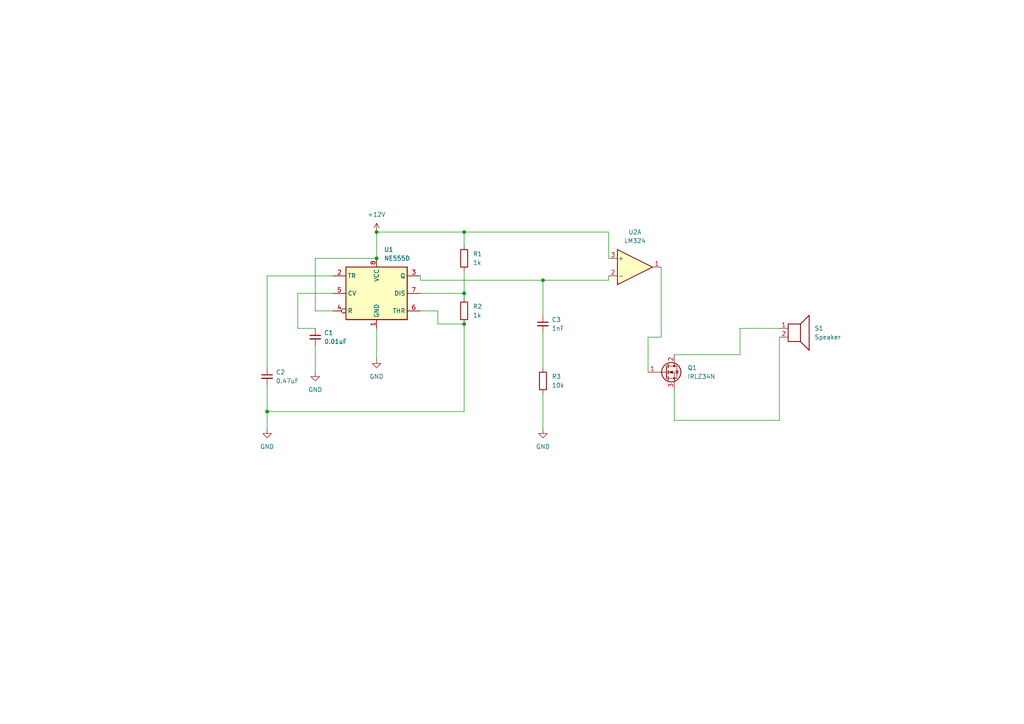
<source format=kicad_sch>
(kicad_sch
	(version 20250114)
	(generator "eeschema")
	(generator_version "9.0")
	(uuid "6e217040-d898-433d-a066-f5abd2966a96")
	(paper "A4")
	(lib_symbols
		(symbol "Amplifier_Operational:LM324"
			(pin_names
				(offset 0.127)
			)
			(exclude_from_sim no)
			(in_bom yes)
			(on_board yes)
			(property "Reference" "U"
				(at 0 5.08 0)
				(effects
					(font
						(size 1.27 1.27)
					)
					(justify left)
				)
			)
			(property "Value" "LM324"
				(at 0 -5.08 0)
				(effects
					(font
						(size 1.27 1.27)
					)
					(justify left)
				)
			)
			(property "Footprint" ""
				(at -1.27 2.54 0)
				(effects
					(font
						(size 1.27 1.27)
					)
					(hide yes)
				)
			)
			(property "Datasheet" "http://www.ti.com/lit/ds/symlink/lm2902-n.pdf"
				(at 1.27 5.08 0)
				(effects
					(font
						(size 1.27 1.27)
					)
					(hide yes)
				)
			)
			(property "Description" "Low-Power, Quad-Operational Amplifiers, DIP-14/SOIC-14/SSOP-14"
				(at 0 0 0)
				(effects
					(font
						(size 1.27 1.27)
					)
					(hide yes)
				)
			)
			(property "ki_locked" ""
				(at 0 0 0)
				(effects
					(font
						(size 1.27 1.27)
					)
				)
			)
			(property "ki_keywords" "quad opamp"
				(at 0 0 0)
				(effects
					(font
						(size 1.27 1.27)
					)
					(hide yes)
				)
			)
			(property "ki_fp_filters" "SOIC*3.9x8.7mm*P1.27mm* DIP*W7.62mm* TSSOP*4.4x5mm*P0.65mm* SSOP*5.3x6.2mm*P0.65mm* MSOP*3x3mm*P0.5mm*"
				(at 0 0 0)
				(effects
					(font
						(size 1.27 1.27)
					)
					(hide yes)
				)
			)
			(symbol "LM324_1_1"
				(polyline
					(pts
						(xy -5.08 5.08) (xy 5.08 0) (xy -5.08 -5.08) (xy -5.08 5.08)
					)
					(stroke
						(width 0.254)
						(type default)
					)
					(fill
						(type background)
					)
				)
				(pin input line
					(at -7.62 2.54 0)
					(length 2.54)
					(name "+"
						(effects
							(font
								(size 1.27 1.27)
							)
						)
					)
					(number "3"
						(effects
							(font
								(size 1.27 1.27)
							)
						)
					)
				)
				(pin input line
					(at -7.62 -2.54 0)
					(length 2.54)
					(name "-"
						(effects
							(font
								(size 1.27 1.27)
							)
						)
					)
					(number "2"
						(effects
							(font
								(size 1.27 1.27)
							)
						)
					)
				)
				(pin output line
					(at 7.62 0 180)
					(length 2.54)
					(name "~"
						(effects
							(font
								(size 1.27 1.27)
							)
						)
					)
					(number "1"
						(effects
							(font
								(size 1.27 1.27)
							)
						)
					)
				)
			)
			(symbol "LM324_2_1"
				(polyline
					(pts
						(xy -5.08 5.08) (xy 5.08 0) (xy -5.08 -5.08) (xy -5.08 5.08)
					)
					(stroke
						(width 0.254)
						(type default)
					)
					(fill
						(type background)
					)
				)
				(pin input line
					(at -7.62 2.54 0)
					(length 2.54)
					(name "+"
						(effects
							(font
								(size 1.27 1.27)
							)
						)
					)
					(number "5"
						(effects
							(font
								(size 1.27 1.27)
							)
						)
					)
				)
				(pin input line
					(at -7.62 -2.54 0)
					(length 2.54)
					(name "-"
						(effects
							(font
								(size 1.27 1.27)
							)
						)
					)
					(number "6"
						(effects
							(font
								(size 1.27 1.27)
							)
						)
					)
				)
				(pin output line
					(at 7.62 0 180)
					(length 2.54)
					(name "~"
						(effects
							(font
								(size 1.27 1.27)
							)
						)
					)
					(number "7"
						(effects
							(font
								(size 1.27 1.27)
							)
						)
					)
				)
			)
			(symbol "LM324_3_1"
				(polyline
					(pts
						(xy -5.08 5.08) (xy 5.08 0) (xy -5.08 -5.08) (xy -5.08 5.08)
					)
					(stroke
						(width 0.254)
						(type default)
					)
					(fill
						(type background)
					)
				)
				(pin input line
					(at -7.62 2.54 0)
					(length 2.54)
					(name "+"
						(effects
							(font
								(size 1.27 1.27)
							)
						)
					)
					(number "10"
						(effects
							(font
								(size 1.27 1.27)
							)
						)
					)
				)
				(pin input line
					(at -7.62 -2.54 0)
					(length 2.54)
					(name "-"
						(effects
							(font
								(size 1.27 1.27)
							)
						)
					)
					(number "9"
						(effects
							(font
								(size 1.27 1.27)
							)
						)
					)
				)
				(pin output line
					(at 7.62 0 180)
					(length 2.54)
					(name "~"
						(effects
							(font
								(size 1.27 1.27)
							)
						)
					)
					(number "8"
						(effects
							(font
								(size 1.27 1.27)
							)
						)
					)
				)
			)
			(symbol "LM324_4_1"
				(polyline
					(pts
						(xy -5.08 5.08) (xy 5.08 0) (xy -5.08 -5.08) (xy -5.08 5.08)
					)
					(stroke
						(width 0.254)
						(type default)
					)
					(fill
						(type background)
					)
				)
				(pin input line
					(at -7.62 2.54 0)
					(length 2.54)
					(name "+"
						(effects
							(font
								(size 1.27 1.27)
							)
						)
					)
					(number "12"
						(effects
							(font
								(size 1.27 1.27)
							)
						)
					)
				)
				(pin input line
					(at -7.62 -2.54 0)
					(length 2.54)
					(name "-"
						(effects
							(font
								(size 1.27 1.27)
							)
						)
					)
					(number "13"
						(effects
							(font
								(size 1.27 1.27)
							)
						)
					)
				)
				(pin output line
					(at 7.62 0 180)
					(length 2.54)
					(name "~"
						(effects
							(font
								(size 1.27 1.27)
							)
						)
					)
					(number "14"
						(effects
							(font
								(size 1.27 1.27)
							)
						)
					)
				)
			)
			(symbol "LM324_5_1"
				(pin power_in line
					(at -2.54 7.62 270)
					(length 3.81)
					(name "V+"
						(effects
							(font
								(size 1.27 1.27)
							)
						)
					)
					(number "4"
						(effects
							(font
								(size 1.27 1.27)
							)
						)
					)
				)
				(pin power_in line
					(at -2.54 -7.62 90)
					(length 3.81)
					(name "V-"
						(effects
							(font
								(size 1.27 1.27)
							)
						)
					)
					(number "11"
						(effects
							(font
								(size 1.27 1.27)
							)
						)
					)
				)
			)
			(embedded_fonts no)
		)
		(symbol "Device:C_Small"
			(pin_numbers
				(hide yes)
			)
			(pin_names
				(offset 0.254)
				(hide yes)
			)
			(exclude_from_sim no)
			(in_bom yes)
			(on_board yes)
			(property "Reference" "C"
				(at 0.254 1.778 0)
				(effects
					(font
						(size 1.27 1.27)
					)
					(justify left)
				)
			)
			(property "Value" "C_Small"
				(at 0.254 -2.032 0)
				(effects
					(font
						(size 1.27 1.27)
					)
					(justify left)
				)
			)
			(property "Footprint" ""
				(at 0 0 0)
				(effects
					(font
						(size 1.27 1.27)
					)
					(hide yes)
				)
			)
			(property "Datasheet" "~"
				(at 0 0 0)
				(effects
					(font
						(size 1.27 1.27)
					)
					(hide yes)
				)
			)
			(property "Description" "Unpolarized capacitor, small symbol"
				(at 0 0 0)
				(effects
					(font
						(size 1.27 1.27)
					)
					(hide yes)
				)
			)
			(property "ki_keywords" "capacitor cap"
				(at 0 0 0)
				(effects
					(font
						(size 1.27 1.27)
					)
					(hide yes)
				)
			)
			(property "ki_fp_filters" "C_*"
				(at 0 0 0)
				(effects
					(font
						(size 1.27 1.27)
					)
					(hide yes)
				)
			)
			(symbol "C_Small_0_1"
				(polyline
					(pts
						(xy -1.524 0.508) (xy 1.524 0.508)
					)
					(stroke
						(width 0.3048)
						(type default)
					)
					(fill
						(type none)
					)
				)
				(polyline
					(pts
						(xy -1.524 -0.508) (xy 1.524 -0.508)
					)
					(stroke
						(width 0.3302)
						(type default)
					)
					(fill
						(type none)
					)
				)
			)
			(symbol "C_Small_1_1"
				(pin passive line
					(at 0 2.54 270)
					(length 2.032)
					(name "~"
						(effects
							(font
								(size 1.27 1.27)
							)
						)
					)
					(number "1"
						(effects
							(font
								(size 1.27 1.27)
							)
						)
					)
				)
				(pin passive line
					(at 0 -2.54 90)
					(length 2.032)
					(name "~"
						(effects
							(font
								(size 1.27 1.27)
							)
						)
					)
					(number "2"
						(effects
							(font
								(size 1.27 1.27)
							)
						)
					)
				)
			)
			(embedded_fonts no)
		)
		(symbol "Device:R"
			(pin_numbers
				(hide yes)
			)
			(pin_names
				(offset 0)
			)
			(exclude_from_sim no)
			(in_bom yes)
			(on_board yes)
			(property "Reference" "R"
				(at 2.032 0 90)
				(effects
					(font
						(size 1.27 1.27)
					)
				)
			)
			(property "Value" "R"
				(at 0 0 90)
				(effects
					(font
						(size 1.27 1.27)
					)
				)
			)
			(property "Footprint" ""
				(at -1.778 0 90)
				(effects
					(font
						(size 1.27 1.27)
					)
					(hide yes)
				)
			)
			(property "Datasheet" "~"
				(at 0 0 0)
				(effects
					(font
						(size 1.27 1.27)
					)
					(hide yes)
				)
			)
			(property "Description" "Resistor"
				(at 0 0 0)
				(effects
					(font
						(size 1.27 1.27)
					)
					(hide yes)
				)
			)
			(property "ki_keywords" "R res resistor"
				(at 0 0 0)
				(effects
					(font
						(size 1.27 1.27)
					)
					(hide yes)
				)
			)
			(property "ki_fp_filters" "R_*"
				(at 0 0 0)
				(effects
					(font
						(size 1.27 1.27)
					)
					(hide yes)
				)
			)
			(symbol "R_0_1"
				(rectangle
					(start -1.016 -2.54)
					(end 1.016 2.54)
					(stroke
						(width 0.254)
						(type default)
					)
					(fill
						(type none)
					)
				)
			)
			(symbol "R_1_1"
				(pin passive line
					(at 0 3.81 270)
					(length 1.27)
					(name "~"
						(effects
							(font
								(size 1.27 1.27)
							)
						)
					)
					(number "1"
						(effects
							(font
								(size 1.27 1.27)
							)
						)
					)
				)
				(pin passive line
					(at 0 -3.81 90)
					(length 1.27)
					(name "~"
						(effects
							(font
								(size 1.27 1.27)
							)
						)
					)
					(number "2"
						(effects
							(font
								(size 1.27 1.27)
							)
						)
					)
				)
			)
			(embedded_fonts no)
		)
		(symbol "Device:Speaker"
			(pin_names
				(offset 0)
				(hide yes)
			)
			(exclude_from_sim no)
			(in_bom yes)
			(on_board yes)
			(property "Reference" "LS"
				(at 1.27 5.715 0)
				(effects
					(font
						(size 1.27 1.27)
					)
					(justify right)
				)
			)
			(property "Value" "Speaker"
				(at 1.27 3.81 0)
				(effects
					(font
						(size 1.27 1.27)
					)
					(justify right)
				)
			)
			(property "Footprint" ""
				(at 0 -5.08 0)
				(effects
					(font
						(size 1.27 1.27)
					)
					(hide yes)
				)
			)
			(property "Datasheet" "~"
				(at -0.254 -1.27 0)
				(effects
					(font
						(size 1.27 1.27)
					)
					(hide yes)
				)
			)
			(property "Description" "Speaker"
				(at 0 0 0)
				(effects
					(font
						(size 1.27 1.27)
					)
					(hide yes)
				)
			)
			(property "ki_keywords" "speaker sound"
				(at 0 0 0)
				(effects
					(font
						(size 1.27 1.27)
					)
					(hide yes)
				)
			)
			(symbol "Speaker_0_0"
				(rectangle
					(start -2.54 1.27)
					(end 1.016 -3.81)
					(stroke
						(width 0.254)
						(type default)
					)
					(fill
						(type none)
					)
				)
				(polyline
					(pts
						(xy 1.016 1.27) (xy 3.556 3.81) (xy 3.556 -6.35) (xy 1.016 -3.81)
					)
					(stroke
						(width 0.254)
						(type default)
					)
					(fill
						(type none)
					)
				)
			)
			(symbol "Speaker_1_1"
				(pin input line
					(at -5.08 0 0)
					(length 2.54)
					(name "1"
						(effects
							(font
								(size 1.27 1.27)
							)
						)
					)
					(number "1"
						(effects
							(font
								(size 1.27 1.27)
							)
						)
					)
				)
				(pin input line
					(at -5.08 -2.54 0)
					(length 2.54)
					(name "2"
						(effects
							(font
								(size 1.27 1.27)
							)
						)
					)
					(number "2"
						(effects
							(font
								(size 1.27 1.27)
							)
						)
					)
				)
			)
			(embedded_fonts no)
		)
		(symbol "Timer:NE555D"
			(exclude_from_sim no)
			(in_bom yes)
			(on_board yes)
			(property "Reference" "U"
				(at -10.16 8.89 0)
				(effects
					(font
						(size 1.27 1.27)
					)
					(justify left)
				)
			)
			(property "Value" "NE555D"
				(at 2.54 8.89 0)
				(effects
					(font
						(size 1.27 1.27)
					)
					(justify left)
				)
			)
			(property "Footprint" "Package_SO:SOIC-8_3.9x4.9mm_P1.27mm"
				(at 21.59 -10.16 0)
				(effects
					(font
						(size 1.27 1.27)
					)
					(hide yes)
				)
			)
			(property "Datasheet" "http://www.ti.com/lit/ds/symlink/ne555.pdf"
				(at 21.59 -10.16 0)
				(effects
					(font
						(size 1.27 1.27)
					)
					(hide yes)
				)
			)
			(property "Description" "Precision Timers, 555 compatible, SOIC-8"
				(at 0 0 0)
				(effects
					(font
						(size 1.27 1.27)
					)
					(hide yes)
				)
			)
			(property "ki_keywords" "single timer 555"
				(at 0 0 0)
				(effects
					(font
						(size 1.27 1.27)
					)
					(hide yes)
				)
			)
			(property "ki_fp_filters" "SOIC*3.9x4.9mm*P1.27mm*"
				(at 0 0 0)
				(effects
					(font
						(size 1.27 1.27)
					)
					(hide yes)
				)
			)
			(symbol "NE555D_0_0"
				(pin power_in line
					(at 0 10.16 270)
					(length 2.54)
					(name "VCC"
						(effects
							(font
								(size 1.27 1.27)
							)
						)
					)
					(number "8"
						(effects
							(font
								(size 1.27 1.27)
							)
						)
					)
				)
				(pin power_in line
					(at 0 -10.16 90)
					(length 2.54)
					(name "GND"
						(effects
							(font
								(size 1.27 1.27)
							)
						)
					)
					(number "1"
						(effects
							(font
								(size 1.27 1.27)
							)
						)
					)
				)
			)
			(symbol "NE555D_0_1"
				(rectangle
					(start -8.89 -7.62)
					(end 8.89 7.62)
					(stroke
						(width 0.254)
						(type default)
					)
					(fill
						(type background)
					)
				)
				(rectangle
					(start -8.89 -7.62)
					(end 8.89 7.62)
					(stroke
						(width 0.254)
						(type default)
					)
					(fill
						(type background)
					)
				)
			)
			(symbol "NE555D_1_1"
				(pin input line
					(at -12.7 5.08 0)
					(length 3.81)
					(name "TR"
						(effects
							(font
								(size 1.27 1.27)
							)
						)
					)
					(number "2"
						(effects
							(font
								(size 1.27 1.27)
							)
						)
					)
				)
				(pin input line
					(at -12.7 0 0)
					(length 3.81)
					(name "CV"
						(effects
							(font
								(size 1.27 1.27)
							)
						)
					)
					(number "5"
						(effects
							(font
								(size 1.27 1.27)
							)
						)
					)
				)
				(pin input inverted
					(at -12.7 -5.08 0)
					(length 3.81)
					(name "R"
						(effects
							(font
								(size 1.27 1.27)
							)
						)
					)
					(number "4"
						(effects
							(font
								(size 1.27 1.27)
							)
						)
					)
				)
				(pin output line
					(at 12.7 5.08 180)
					(length 3.81)
					(name "Q"
						(effects
							(font
								(size 1.27 1.27)
							)
						)
					)
					(number "3"
						(effects
							(font
								(size 1.27 1.27)
							)
						)
					)
				)
				(pin input line
					(at 12.7 0 180)
					(length 3.81)
					(name "DIS"
						(effects
							(font
								(size 1.27 1.27)
							)
						)
					)
					(number "7"
						(effects
							(font
								(size 1.27 1.27)
							)
						)
					)
				)
				(pin input line
					(at 12.7 -5.08 180)
					(length 3.81)
					(name "THR"
						(effects
							(font
								(size 1.27 1.27)
							)
						)
					)
					(number "6"
						(effects
							(font
								(size 1.27 1.27)
							)
						)
					)
				)
			)
			(embedded_fonts no)
		)
		(symbol "Transistor_FET:IRLZ34N"
			(pin_names
				(hide yes)
			)
			(exclude_from_sim no)
			(in_bom yes)
			(on_board yes)
			(property "Reference" "Q"
				(at 5.08 1.905 0)
				(effects
					(font
						(size 1.27 1.27)
					)
					(justify left)
				)
			)
			(property "Value" "IRLZ34N"
				(at 5.08 0 0)
				(effects
					(font
						(size 1.27 1.27)
					)
					(justify left)
				)
			)
			(property "Footprint" "Package_TO_SOT_THT:TO-220-3_Vertical"
				(at 5.08 -1.905 0)
				(effects
					(font
						(size 1.27 1.27)
						(italic yes)
					)
					(justify left)
					(hide yes)
				)
			)
			(property "Datasheet" "http://www.infineon.com/dgdl/irlz34npbf.pdf?fileId=5546d462533600a40153567206892720"
				(at 5.08 -3.81 0)
				(effects
					(font
						(size 1.27 1.27)
					)
					(justify left)
					(hide yes)
				)
			)
			(property "Description" "30A Id, 55V Vds, 35mOhm Rds, N-Channel HEXFET Power MOSFET, TO-220AB"
				(at 0 0 0)
				(effects
					(font
						(size 1.27 1.27)
					)
					(hide yes)
				)
			)
			(property "ki_keywords" "N-Channel HEXFET MOSFET Logic-Level"
				(at 0 0 0)
				(effects
					(font
						(size 1.27 1.27)
					)
					(hide yes)
				)
			)
			(property "ki_fp_filters" "TO?220*"
				(at 0 0 0)
				(effects
					(font
						(size 1.27 1.27)
					)
					(hide yes)
				)
			)
			(symbol "IRLZ34N_0_1"
				(polyline
					(pts
						(xy 0.254 1.905) (xy 0.254 -1.905)
					)
					(stroke
						(width 0.254)
						(type default)
					)
					(fill
						(type none)
					)
				)
				(polyline
					(pts
						(xy 0.254 0) (xy -2.54 0)
					)
					(stroke
						(width 0)
						(type default)
					)
					(fill
						(type none)
					)
				)
				(polyline
					(pts
						(xy 0.762 2.286) (xy 0.762 1.27)
					)
					(stroke
						(width 0.254)
						(type default)
					)
					(fill
						(type none)
					)
				)
				(polyline
					(pts
						(xy 0.762 0.508) (xy 0.762 -0.508)
					)
					(stroke
						(width 0.254)
						(type default)
					)
					(fill
						(type none)
					)
				)
				(polyline
					(pts
						(xy 0.762 -1.27) (xy 0.762 -2.286)
					)
					(stroke
						(width 0.254)
						(type default)
					)
					(fill
						(type none)
					)
				)
				(polyline
					(pts
						(xy 0.762 -1.778) (xy 3.302 -1.778) (xy 3.302 1.778) (xy 0.762 1.778)
					)
					(stroke
						(width 0)
						(type default)
					)
					(fill
						(type none)
					)
				)
				(polyline
					(pts
						(xy 1.016 0) (xy 2.032 0.381) (xy 2.032 -0.381) (xy 1.016 0)
					)
					(stroke
						(width 0)
						(type default)
					)
					(fill
						(type outline)
					)
				)
				(circle
					(center 1.651 0)
					(radius 2.794)
					(stroke
						(width 0.254)
						(type default)
					)
					(fill
						(type none)
					)
				)
				(polyline
					(pts
						(xy 2.54 2.54) (xy 2.54 1.778)
					)
					(stroke
						(width 0)
						(type default)
					)
					(fill
						(type none)
					)
				)
				(circle
					(center 2.54 1.778)
					(radius 0.254)
					(stroke
						(width 0)
						(type default)
					)
					(fill
						(type outline)
					)
				)
				(circle
					(center 2.54 -1.778)
					(radius 0.254)
					(stroke
						(width 0)
						(type default)
					)
					(fill
						(type outline)
					)
				)
				(polyline
					(pts
						(xy 2.54 -2.54) (xy 2.54 0) (xy 0.762 0)
					)
					(stroke
						(width 0)
						(type default)
					)
					(fill
						(type none)
					)
				)
				(polyline
					(pts
						(xy 2.794 0.508) (xy 2.921 0.381) (xy 3.683 0.381) (xy 3.81 0.254)
					)
					(stroke
						(width 0)
						(type default)
					)
					(fill
						(type none)
					)
				)
				(polyline
					(pts
						(xy 3.302 0.381) (xy 2.921 -0.254) (xy 3.683 -0.254) (xy 3.302 0.381)
					)
					(stroke
						(width 0)
						(type default)
					)
					(fill
						(type none)
					)
				)
			)
			(symbol "IRLZ34N_1_1"
				(pin input line
					(at -5.08 0 0)
					(length 2.54)
					(name "G"
						(effects
							(font
								(size 1.27 1.27)
							)
						)
					)
					(number "1"
						(effects
							(font
								(size 1.27 1.27)
							)
						)
					)
				)
				(pin passive line
					(at 2.54 5.08 270)
					(length 2.54)
					(name "D"
						(effects
							(font
								(size 1.27 1.27)
							)
						)
					)
					(number "2"
						(effects
							(font
								(size 1.27 1.27)
							)
						)
					)
				)
				(pin passive line
					(at 2.54 -5.08 90)
					(length 2.54)
					(name "S"
						(effects
							(font
								(size 1.27 1.27)
							)
						)
					)
					(number "3"
						(effects
							(font
								(size 1.27 1.27)
							)
						)
					)
				)
			)
			(embedded_fonts no)
		)
		(symbol "power:GND"
			(power)
			(pin_numbers
				(hide yes)
			)
			(pin_names
				(offset 0)
				(hide yes)
			)
			(exclude_from_sim no)
			(in_bom yes)
			(on_board yes)
			(property "Reference" "#PWR"
				(at 0 -6.35 0)
				(effects
					(font
						(size 1.27 1.27)
					)
					(hide yes)
				)
			)
			(property "Value" "GND"
				(at 0 -3.81 0)
				(effects
					(font
						(size 1.27 1.27)
					)
				)
			)
			(property "Footprint" ""
				(at 0 0 0)
				(effects
					(font
						(size 1.27 1.27)
					)
					(hide yes)
				)
			)
			(property "Datasheet" ""
				(at 0 0 0)
				(effects
					(font
						(size 1.27 1.27)
					)
					(hide yes)
				)
			)
			(property "Description" "Power symbol creates a global label with name \"GND\" , ground"
				(at 0 0 0)
				(effects
					(font
						(size 1.27 1.27)
					)
					(hide yes)
				)
			)
			(property "ki_keywords" "global power"
				(at 0 0 0)
				(effects
					(font
						(size 1.27 1.27)
					)
					(hide yes)
				)
			)
			(symbol "GND_0_1"
				(polyline
					(pts
						(xy 0 0) (xy 0 -1.27) (xy 1.27 -1.27) (xy 0 -2.54) (xy -1.27 -1.27) (xy 0 -1.27)
					)
					(stroke
						(width 0)
						(type default)
					)
					(fill
						(type none)
					)
				)
			)
			(symbol "GND_1_1"
				(pin power_in line
					(at 0 0 270)
					(length 0)
					(name "~"
						(effects
							(font
								(size 1.27 1.27)
							)
						)
					)
					(number "1"
						(effects
							(font
								(size 1.27 1.27)
							)
						)
					)
				)
			)
			(embedded_fonts no)
		)
		(symbol "power:VCC"
			(power)
			(pin_numbers
				(hide yes)
			)
			(pin_names
				(offset 0)
				(hide yes)
			)
			(exclude_from_sim no)
			(in_bom yes)
			(on_board yes)
			(property "Reference" "#PWR"
				(at 0 -3.81 0)
				(effects
					(font
						(size 1.27 1.27)
					)
					(hide yes)
				)
			)
			(property "Value" "VCC"
				(at 0 3.556 0)
				(effects
					(font
						(size 1.27 1.27)
					)
				)
			)
			(property "Footprint" ""
				(at 0 0 0)
				(effects
					(font
						(size 1.27 1.27)
					)
					(hide yes)
				)
			)
			(property "Datasheet" ""
				(at 0 0 0)
				(effects
					(font
						(size 1.27 1.27)
					)
					(hide yes)
				)
			)
			(property "Description" "Power symbol creates a global label with name \"VCC\""
				(at 0 0 0)
				(effects
					(font
						(size 1.27 1.27)
					)
					(hide yes)
				)
			)
			(property "ki_keywords" "global power"
				(at 0 0 0)
				(effects
					(font
						(size 1.27 1.27)
					)
					(hide yes)
				)
			)
			(symbol "VCC_0_1"
				(polyline
					(pts
						(xy -0.762 1.27) (xy 0 2.54)
					)
					(stroke
						(width 0)
						(type default)
					)
					(fill
						(type none)
					)
				)
				(polyline
					(pts
						(xy 0 2.54) (xy 0.762 1.27)
					)
					(stroke
						(width 0)
						(type default)
					)
					(fill
						(type none)
					)
				)
				(polyline
					(pts
						(xy 0 0) (xy 0 2.54)
					)
					(stroke
						(width 0)
						(type default)
					)
					(fill
						(type none)
					)
				)
			)
			(symbol "VCC_1_1"
				(pin power_in line
					(at 0 0 90)
					(length 0)
					(name "~"
						(effects
							(font
								(size 1.27 1.27)
							)
						)
					)
					(number "1"
						(effects
							(font
								(size 1.27 1.27)
							)
						)
					)
				)
			)
			(embedded_fonts no)
		)
	)
	(junction
		(at 157.48 81.28)
		(diameter 0)
		(color 0 0 0 0)
		(uuid "291f7537-16f4-46f3-8bd9-dc9274f3e950")
	)
	(junction
		(at 134.62 67.31)
		(diameter 0)
		(color 0 0 0 0)
		(uuid "670e1765-c26b-4bb9-bafb-49d109602edb")
	)
	(junction
		(at 134.62 93.98)
		(diameter 0)
		(color 0 0 0 0)
		(uuid "9a59c3d0-a846-444a-8a29-624cd5fffa28")
	)
	(junction
		(at 77.47 119.38)
		(diameter 0)
		(color 0 0 0 0)
		(uuid "9cc09e61-9dd4-43aa-bd17-df9f2b039f72")
	)
	(junction
		(at 109.22 74.93)
		(diameter 0)
		(color 0 0 0 0)
		(uuid "ceb8601b-3615-415f-b2ab-e4cfeb73156e")
	)
	(junction
		(at 109.22 67.31)
		(diameter 0)
		(color 0 0 0 0)
		(uuid "ee77c7e9-04b4-4462-b665-21e05012e49c")
	)
	(junction
		(at 134.62 85.09)
		(diameter 0)
		(color 0 0 0 0)
		(uuid "f021b4dc-171a-45fd-b6a0-63003985dcae")
	)
	(wire
		(pts
			(xy 109.22 67.31) (xy 134.62 67.31)
		)
		(stroke
			(width 0)
			(type default)
		)
		(uuid "07d08b13-dd35-4166-a7a2-40d62eccbe2e")
	)
	(wire
		(pts
			(xy 109.22 67.31) (xy 109.22 74.93)
		)
		(stroke
			(width 0)
			(type default)
		)
		(uuid "084c2111-9f2a-4dfb-a586-e1b60615cf94")
	)
	(wire
		(pts
			(xy 226.06 97.79) (xy 226.06 121.92)
		)
		(stroke
			(width 0)
			(type default)
		)
		(uuid "0cafa2ac-145b-400a-8be5-25894b414cd5")
	)
	(wire
		(pts
			(xy 86.36 85.09) (xy 86.36 95.25)
		)
		(stroke
			(width 0)
			(type default)
		)
		(uuid "11102f50-63ee-478c-8817-be7ab09ed934")
	)
	(wire
		(pts
			(xy 134.62 78.74) (xy 134.62 85.09)
		)
		(stroke
			(width 0)
			(type default)
		)
		(uuid "144a8ec8-bc61-499b-98ac-29878a86475d")
	)
	(wire
		(pts
			(xy 77.47 111.76) (xy 77.47 119.38)
		)
		(stroke
			(width 0)
			(type default)
		)
		(uuid "1e8a758d-a235-4c4d-a0f4-d525b90dba77")
	)
	(wire
		(pts
			(xy 226.06 121.92) (xy 195.58 121.92)
		)
		(stroke
			(width 0)
			(type default)
		)
		(uuid "1f1a357f-929d-4ba4-9b19-2496f017d485")
	)
	(wire
		(pts
			(xy 191.77 97.79) (xy 187.96 97.79)
		)
		(stroke
			(width 0)
			(type default)
		)
		(uuid "219255ae-cdd1-485f-b67b-192fc09b83af")
	)
	(wire
		(pts
			(xy 121.92 81.28) (xy 157.48 81.28)
		)
		(stroke
			(width 0)
			(type default)
		)
		(uuid "25e3ca14-9705-4b02-a130-cd5d4a600fdb")
	)
	(wire
		(pts
			(xy 127 90.17) (xy 127 93.98)
		)
		(stroke
			(width 0)
			(type default)
		)
		(uuid "2a2eb2a2-e8ea-4448-bd19-5d8e89e7af7d")
	)
	(wire
		(pts
			(xy 77.47 106.68) (xy 77.47 80.01)
		)
		(stroke
			(width 0)
			(type default)
		)
		(uuid "2a409f9b-d021-4336-a365-6fddfe8b1f68")
	)
	(wire
		(pts
			(xy 134.62 85.09) (xy 134.62 86.36)
		)
		(stroke
			(width 0)
			(type default)
		)
		(uuid "2b0480e0-a873-41a1-88f7-393b418f9164")
	)
	(wire
		(pts
			(xy 127 93.98) (xy 134.62 93.98)
		)
		(stroke
			(width 0)
			(type default)
		)
		(uuid "2fb447f4-77f1-45bb-8cf3-886d994bf563")
	)
	(wire
		(pts
			(xy 134.62 119.38) (xy 134.62 93.98)
		)
		(stroke
			(width 0)
			(type default)
		)
		(uuid "392d9528-f7a0-4ac4-8099-32ce72bcf07c")
	)
	(wire
		(pts
			(xy 176.53 81.28) (xy 176.53 80.01)
		)
		(stroke
			(width 0)
			(type default)
		)
		(uuid "39cd78e9-3b3b-4514-b0b6-566ddf995bd6")
	)
	(wire
		(pts
			(xy 91.44 90.17) (xy 91.44 74.93)
		)
		(stroke
			(width 0)
			(type default)
		)
		(uuid "4bcd0c94-6129-4018-b47d-50fdb418869e")
	)
	(wire
		(pts
			(xy 109.22 104.14) (xy 109.22 95.25)
		)
		(stroke
			(width 0)
			(type default)
		)
		(uuid "4c2bea8c-2563-48c8-bc0e-99027f98a707")
	)
	(wire
		(pts
			(xy 134.62 67.31) (xy 134.62 71.12)
		)
		(stroke
			(width 0)
			(type default)
		)
		(uuid "4e31e383-e063-46d4-a1fa-e7e52cc137e5")
	)
	(wire
		(pts
			(xy 121.92 85.09) (xy 134.62 85.09)
		)
		(stroke
			(width 0)
			(type default)
		)
		(uuid "548c9e38-b238-48b2-bd25-d27231006249")
	)
	(wire
		(pts
			(xy 134.62 67.31) (xy 176.53 67.31)
		)
		(stroke
			(width 0)
			(type default)
		)
		(uuid "568ec4c4-345b-4909-b462-27f751a4a7bd")
	)
	(wire
		(pts
			(xy 77.47 119.38) (xy 134.62 119.38)
		)
		(stroke
			(width 0)
			(type default)
		)
		(uuid "58a14bab-e2ab-4121-8dd5-7885b36424fd")
	)
	(wire
		(pts
			(xy 176.53 67.31) (xy 176.53 74.93)
		)
		(stroke
			(width 0)
			(type default)
		)
		(uuid "68c72ee3-5450-4842-8b2d-682120d53fa6")
	)
	(wire
		(pts
			(xy 91.44 74.93) (xy 109.22 74.93)
		)
		(stroke
			(width 0)
			(type default)
		)
		(uuid "7c1e8ea5-3bca-4f12-960b-fd6149e3f27b")
	)
	(wire
		(pts
			(xy 77.47 80.01) (xy 96.52 80.01)
		)
		(stroke
			(width 0)
			(type default)
		)
		(uuid "7c35a1ac-33cb-4a1b-b1cc-8c2116a3ce7d")
	)
	(wire
		(pts
			(xy 96.52 90.17) (xy 91.44 90.17)
		)
		(stroke
			(width 0)
			(type default)
		)
		(uuid "7ffebc53-77e3-4786-924d-f388e8c1a2b5")
	)
	(wire
		(pts
			(xy 157.48 81.28) (xy 176.53 81.28)
		)
		(stroke
			(width 0)
			(type default)
		)
		(uuid "85ff3685-9d53-4ea9-b1ff-40ad446cd3bd")
	)
	(wire
		(pts
			(xy 195.58 121.92) (xy 195.58 113.03)
		)
		(stroke
			(width 0)
			(type default)
		)
		(uuid "8699c378-3b39-4fb9-8d15-3bea32494da2")
	)
	(wire
		(pts
			(xy 157.48 114.3) (xy 157.48 124.46)
		)
		(stroke
			(width 0)
			(type default)
		)
		(uuid "9d45ac7f-4982-447a-aa06-c3d0afb7e4b9")
	)
	(wire
		(pts
			(xy 157.48 96.52) (xy 157.48 106.68)
		)
		(stroke
			(width 0)
			(type default)
		)
		(uuid "a4cfbdf4-4470-4453-8aa8-c293f40d7e28")
	)
	(wire
		(pts
			(xy 214.63 102.87) (xy 214.63 95.25)
		)
		(stroke
			(width 0)
			(type default)
		)
		(uuid "a54af6a9-eb59-4063-a435-2b3709494296")
	)
	(wire
		(pts
			(xy 96.52 85.09) (xy 86.36 85.09)
		)
		(stroke
			(width 0)
			(type default)
		)
		(uuid "aa75f537-e0ee-4f14-abd8-0758c3ba4977")
	)
	(wire
		(pts
			(xy 127 90.17) (xy 121.92 90.17)
		)
		(stroke
			(width 0)
			(type default)
		)
		(uuid "aa7f60d1-3307-488d-b1c0-58d3277699f2")
	)
	(wire
		(pts
			(xy 214.63 95.25) (xy 226.06 95.25)
		)
		(stroke
			(width 0)
			(type default)
		)
		(uuid "b5e4f9fc-d7d6-427e-9831-c2d7908e7580")
	)
	(wire
		(pts
			(xy 86.36 95.25) (xy 91.44 95.25)
		)
		(stroke
			(width 0)
			(type default)
		)
		(uuid "b7bf5472-00e0-407d-8e38-b3ab995c19fc")
	)
	(wire
		(pts
			(xy 191.77 77.47) (xy 191.77 97.79)
		)
		(stroke
			(width 0)
			(type default)
		)
		(uuid "c9cfcb31-02a3-4afb-a195-32b3711d6cbf")
	)
	(wire
		(pts
			(xy 77.47 119.38) (xy 77.47 124.46)
		)
		(stroke
			(width 0)
			(type default)
		)
		(uuid "cb46b69e-3da9-4c9d-bdce-75ab4825c4fb")
	)
	(wire
		(pts
			(xy 187.96 97.79) (xy 187.96 107.95)
		)
		(stroke
			(width 0)
			(type default)
		)
		(uuid "cdcdd0e8-6d68-44e6-a4d6-292ee2b81c1b")
	)
	(wire
		(pts
			(xy 195.58 102.87) (xy 214.63 102.87)
		)
		(stroke
			(width 0)
			(type default)
		)
		(uuid "cee286cd-5e39-4c9d-b2b3-db1b8bc4ddeb")
	)
	(wire
		(pts
			(xy 121.92 81.28) (xy 121.92 80.01)
		)
		(stroke
			(width 0)
			(type default)
		)
		(uuid "deff7666-80f2-46e9-94a2-ef5fcbb6862e")
	)
	(wire
		(pts
			(xy 91.44 100.33) (xy 91.44 107.95)
		)
		(stroke
			(width 0)
			(type default)
		)
		(uuid "e68a90eb-22bb-43be-b076-6c410377d1ef")
	)
	(wire
		(pts
			(xy 157.48 81.28) (xy 157.48 91.44)
		)
		(stroke
			(width 0)
			(type default)
		)
		(uuid "eb6d2ecf-2777-46aa-861e-01f144be5a38")
	)
	(symbol
		(lib_id "Device:Speaker")
		(at 231.14 95.25 0)
		(unit 1)
		(exclude_from_sim no)
		(in_bom yes)
		(on_board yes)
		(dnp no)
		(fields_autoplaced yes)
		(uuid "0168b2a4-f404-4834-a131-6611cbc40618")
		(property "Reference" "S1"
			(at 236.22 95.2499 0)
			(effects
				(font
					(size 1.27 1.27)
				)
				(justify left)
			)
		)
		(property "Value" "Speaker"
			(at 236.22 97.7899 0)
			(effects
				(font
					(size 1.27 1.27)
				)
				(justify left)
			)
		)
		(property "Footprint" "Buzzer_Beeper:Speaker_CUI_CMR-1206S-67"
			(at 231.14 100.33 0)
			(effects
				(font
					(size 1.27 1.27)
				)
				(hide yes)
			)
		)
		(property "Datasheet" "~"
			(at 230.886 96.52 0)
			(effects
				(font
					(size 1.27 1.27)
				)
				(hide yes)
			)
		)
		(property "Description" "Speaker"
			(at 231.14 95.25 0)
			(effects
				(font
					(size 1.27 1.27)
				)
				(hide yes)
			)
		)
		(pin "1"
			(uuid "f5456f7e-48f3-47f6-b5a0-49a9a9b10eff")
		)
		(pin "2"
			(uuid "33687598-01f4-4b77-b20b-81e41168bafd")
		)
		(instances
			(project ""
				(path "/6e217040-d898-433d-a066-f5abd2966a96"
					(reference "S1")
					(unit 1)
				)
			)
		)
	)
	(symbol
		(lib_id "power:GND")
		(at 157.48 124.46 0)
		(unit 1)
		(exclude_from_sim no)
		(in_bom yes)
		(on_board yes)
		(dnp no)
		(fields_autoplaced yes)
		(uuid "33f64f8a-8f94-4cdf-8e7d-4d28d15c5e46")
		(property "Reference" "#PWR05"
			(at 157.48 130.81 0)
			(effects
				(font
					(size 1.27 1.27)
				)
				(hide yes)
			)
		)
		(property "Value" "GND"
			(at 157.48 129.54 0)
			(effects
				(font
					(size 1.27 1.27)
				)
			)
		)
		(property "Footprint" ""
			(at 157.48 124.46 0)
			(effects
				(font
					(size 1.27 1.27)
				)
				(hide yes)
			)
		)
		(property "Datasheet" ""
			(at 157.48 124.46 0)
			(effects
				(font
					(size 1.27 1.27)
				)
				(hide yes)
			)
		)
		(property "Description" "Power symbol creates a global label with name \"GND\" , ground"
			(at 157.48 124.46 0)
			(effects
				(font
					(size 1.27 1.27)
				)
				(hide yes)
			)
		)
		(pin "1"
			(uuid "320523fc-c3e3-4b0f-9f4c-3640fbb622d7")
		)
		(instances
			(project ""
				(path "/6e217040-d898-433d-a066-f5abd2966a96"
					(reference "#PWR05")
					(unit 1)
				)
			)
		)
	)
	(symbol
		(lib_id "Device:C_Small")
		(at 91.44 97.79 0)
		(unit 1)
		(exclude_from_sim no)
		(in_bom yes)
		(on_board yes)
		(dnp no)
		(fields_autoplaced yes)
		(uuid "37b061ff-f5cd-45cc-b412-51cf92a50ef9")
		(property "Reference" "C1"
			(at 93.98 96.5262 0)
			(effects
				(font
					(size 1.27 1.27)
				)
				(justify left)
			)
		)
		(property "Value" "0.01uF"
			(at 93.98 99.0662 0)
			(effects
				(font
					(size 1.27 1.27)
				)
				(justify left)
			)
		)
		(property "Footprint" "Capacitor_SMD:C_0805_2012Metric"
			(at 91.44 97.79 0)
			(effects
				(font
					(size 1.27 1.27)
				)
				(hide yes)
			)
		)
		(property "Datasheet" "~"
			(at 91.44 97.79 0)
			(effects
				(font
					(size 1.27 1.27)
				)
				(hide yes)
			)
		)
		(property "Description" "Unpolarized capacitor, small symbol"
			(at 91.44 97.79 0)
			(effects
				(font
					(size 1.27 1.27)
				)
				(hide yes)
			)
		)
		(pin "1"
			(uuid "40d8ede5-e802-42fd-889c-34c2d0dc64f1")
		)
		(pin "2"
			(uuid "9dbafdb8-c6ac-4ea4-958f-79a201533ecd")
		)
		(instances
			(project ""
				(path "/6e217040-d898-433d-a066-f5abd2966a96"
					(reference "C1")
					(unit 1)
				)
			)
		)
	)
	(symbol
		(lib_id "Timer:NE555D")
		(at 109.22 85.09 0)
		(unit 1)
		(exclude_from_sim no)
		(in_bom yes)
		(on_board yes)
		(dnp no)
		(fields_autoplaced yes)
		(uuid "400b1991-e5f3-44be-a335-8b4462fb730c")
		(property "Reference" "U1"
			(at 111.3633 72.39 0)
			(effects
				(font
					(size 1.27 1.27)
				)
				(justify left)
			)
		)
		(property "Value" "NE555D"
			(at 111.3633 74.93 0)
			(effects
				(font
					(size 1.27 1.27)
				)
				(justify left)
			)
		)
		(property "Footprint" "Package_SO:SOIC-8_3.9x4.9mm_P1.27mm"
			(at 130.81 95.25 0)
			(effects
				(font
					(size 1.27 1.27)
				)
				(hide yes)
			)
		)
		(property "Datasheet" "http://www.ti.com/lit/ds/symlink/ne555.pdf"
			(at 130.81 95.25 0)
			(effects
				(font
					(size 1.27 1.27)
				)
				(hide yes)
			)
		)
		(property "Description" "Precision Timers, 555 compatible, SOIC-8"
			(at 109.22 85.09 0)
			(effects
				(font
					(size 1.27 1.27)
				)
				(hide yes)
			)
		)
		(pin "8"
			(uuid "eb6c1c3b-f66b-4988-aeaf-4e40cd2f2bd5")
		)
		(pin "3"
			(uuid "4d983a22-67b0-4a1d-9043-ffeb7b3e68cf")
		)
		(pin "7"
			(uuid "61d52b26-acde-4df5-8244-f453e3b7f36b")
		)
		(pin "1"
			(uuid "30682fd1-1e77-4a82-ac33-24b84862d939")
		)
		(pin "4"
			(uuid "93677c1e-f74a-41c6-a487-0b3fb479e217")
		)
		(pin "5"
			(uuid "c75e5bb0-e302-42ec-a790-b3901b2ef376")
		)
		(pin "2"
			(uuid "0c45e673-610a-404e-90ca-2164fda49e0a")
		)
		(pin "6"
			(uuid "11d0549e-6a56-4e8c-9820-fc18690f236d")
		)
		(instances
			(project ""
				(path "/6e217040-d898-433d-a066-f5abd2966a96"
					(reference "U1")
					(unit 1)
				)
			)
		)
	)
	(symbol
		(lib_id "Device:C_Small")
		(at 77.47 109.22 0)
		(unit 1)
		(exclude_from_sim no)
		(in_bom yes)
		(on_board yes)
		(dnp no)
		(fields_autoplaced yes)
		(uuid "476b7a89-e00a-4646-943a-f8d94bab8ccd")
		(property "Reference" "C2"
			(at 80.01 107.9562 0)
			(effects
				(font
					(size 1.27 1.27)
				)
				(justify left)
			)
		)
		(property "Value" "0.47uF"
			(at 80.01 110.4962 0)
			(effects
				(font
					(size 1.27 1.27)
				)
				(justify left)
			)
		)
		(property "Footprint" "Capacitor_SMD:C_0805_2012Metric"
			(at 77.47 109.22 0)
			(effects
				(font
					(size 1.27 1.27)
				)
				(hide yes)
			)
		)
		(property "Datasheet" "~"
			(at 77.47 109.22 0)
			(effects
				(font
					(size 1.27 1.27)
				)
				(hide yes)
			)
		)
		(property "Description" "Unpolarized capacitor, small symbol"
			(at 77.47 109.22 0)
			(effects
				(font
					(size 1.27 1.27)
				)
				(hide yes)
			)
		)
		(pin "1"
			(uuid "d6226b0b-811c-46fc-a009-1c763101503b")
		)
		(pin "2"
			(uuid "f74ae4af-644a-460c-8f34-3917f77cc187")
		)
		(instances
			(project ""
				(path "/6e217040-d898-433d-a066-f5abd2966a96"
					(reference "C2")
					(unit 1)
				)
			)
		)
	)
	(symbol
		(lib_id "Device:C_Small")
		(at 157.48 93.98 0)
		(unit 1)
		(exclude_from_sim no)
		(in_bom yes)
		(on_board yes)
		(dnp no)
		(fields_autoplaced yes)
		(uuid "6d69a9f8-cd36-4064-82d7-42605302f32b")
		(property "Reference" "C3"
			(at 160.02 92.7162 0)
			(effects
				(font
					(size 1.27 1.27)
				)
				(justify left)
			)
		)
		(property "Value" "1nF"
			(at 160.02 95.2562 0)
			(effects
				(font
					(size 1.27 1.27)
				)
				(justify left)
			)
		)
		(property "Footprint" "Capacitor_SMD:C_0805_2012Metric"
			(at 157.48 93.98 0)
			(effects
				(font
					(size 1.27 1.27)
				)
				(hide yes)
			)
		)
		(property "Datasheet" "~"
			(at 157.48 93.98 0)
			(effects
				(font
					(size 1.27 1.27)
				)
				(hide yes)
			)
		)
		(property "Description" "Unpolarized capacitor, small symbol"
			(at 157.48 93.98 0)
			(effects
				(font
					(size 1.27 1.27)
				)
				(hide yes)
			)
		)
		(pin "2"
			(uuid "67c366c2-f32f-4161-b397-56c6f112e6cc")
		)
		(pin "1"
			(uuid "81f2c5ac-6189-4112-8fb5-3aaacacd2e69")
		)
		(instances
			(project ""
				(path "/6e217040-d898-433d-a066-f5abd2966a96"
					(reference "C3")
					(unit 1)
				)
			)
		)
	)
	(symbol
		(lib_id "Transistor_FET:IRLZ34N")
		(at 193.04 107.95 0)
		(unit 1)
		(exclude_from_sim no)
		(in_bom yes)
		(on_board yes)
		(dnp no)
		(fields_autoplaced yes)
		(uuid "765210e2-1a39-49d1-a75c-d080a5ebf01b")
		(property "Reference" "Q1"
			(at 199.39 106.6799 0)
			(effects
				(font
					(size 1.27 1.27)
				)
				(justify left)
			)
		)
		(property "Value" "IRLZ34N"
			(at 199.39 109.2199 0)
			(effects
				(font
					(size 1.27 1.27)
				)
				(justify left)
			)
		)
		(property "Footprint" "Package_TO_SOT_THT:TO-220-3_Vertical"
			(at 198.12 109.855 0)
			(effects
				(font
					(size 1.27 1.27)
					(italic yes)
				)
				(justify left)
				(hide yes)
			)
		)
		(property "Datasheet" "http://www.infineon.com/dgdl/irlz34npbf.pdf?fileId=5546d462533600a40153567206892720"
			(at 198.12 111.76 0)
			(effects
				(font
					(size 1.27 1.27)
				)
				(justify left)
				(hide yes)
			)
		)
		(property "Description" "30A Id, 55V Vds, 35mOhm Rds, N-Channel HEXFET Power MOSFET, TO-220AB"
			(at 193.04 107.95 0)
			(effects
				(font
					(size 1.27 1.27)
				)
				(hide yes)
			)
		)
		(pin "1"
			(uuid "05c42788-1733-463e-ba8c-01e00f260eb7")
		)
		(pin "3"
			(uuid "a89a49bb-df36-403c-b09e-98e768b60700")
		)
		(pin "2"
			(uuid "c2825d66-b7c9-497b-a454-5ec024f533de")
		)
		(instances
			(project ""
				(path "/6e217040-d898-433d-a066-f5abd2966a96"
					(reference "Q1")
					(unit 1)
				)
			)
		)
	)
	(symbol
		(lib_id "Device:R")
		(at 157.48 110.49 0)
		(unit 1)
		(exclude_from_sim no)
		(in_bom yes)
		(on_board yes)
		(dnp no)
		(fields_autoplaced yes)
		(uuid "79adfa93-4239-40df-9b0c-df7ff163f767")
		(property "Reference" "R3"
			(at 160.02 109.2199 0)
			(effects
				(font
					(size 1.27 1.27)
				)
				(justify left)
			)
		)
		(property "Value" "10k"
			(at 160.02 111.7599 0)
			(effects
				(font
					(size 1.27 1.27)
				)
				(justify left)
			)
		)
		(property "Footprint" "Capacitor_SMD:C_0805_2012Metric"
			(at 155.702 110.49 90)
			(effects
				(font
					(size 1.27 1.27)
				)
				(hide yes)
			)
		)
		(property "Datasheet" "~"
			(at 157.48 110.49 0)
			(effects
				(font
					(size 1.27 1.27)
				)
				(hide yes)
			)
		)
		(property "Description" "Resistor"
			(at 157.48 110.49 0)
			(effects
				(font
					(size 1.27 1.27)
				)
				(hide yes)
			)
		)
		(pin "1"
			(uuid "94e5716f-74da-4caa-b6d5-1a5302b5c919")
		)
		(pin "2"
			(uuid "b2ef2be6-67f6-40d6-a695-560242f7c2a0")
		)
		(instances
			(project ""
				(path "/6e217040-d898-433d-a066-f5abd2966a96"
					(reference "R3")
					(unit 1)
				)
			)
		)
	)
	(symbol
		(lib_id "power:GND")
		(at 91.44 107.95 0)
		(unit 1)
		(exclude_from_sim no)
		(in_bom yes)
		(on_board yes)
		(dnp no)
		(fields_autoplaced yes)
		(uuid "7fc8df94-a97c-42d6-9918-88c44151f560")
		(property "Reference" "#PWR03"
			(at 91.44 114.3 0)
			(effects
				(font
					(size 1.27 1.27)
				)
				(hide yes)
			)
		)
		(property "Value" "GND"
			(at 91.44 113.03 0)
			(effects
				(font
					(size 1.27 1.27)
				)
			)
		)
		(property "Footprint" ""
			(at 91.44 107.95 0)
			(effects
				(font
					(size 1.27 1.27)
				)
				(hide yes)
			)
		)
		(property "Datasheet" ""
			(at 91.44 107.95 0)
			(effects
				(font
					(size 1.27 1.27)
				)
				(hide yes)
			)
		)
		(property "Description" "Power symbol creates a global label with name \"GND\" , ground"
			(at 91.44 107.95 0)
			(effects
				(font
					(size 1.27 1.27)
				)
				(hide yes)
			)
		)
		(pin "1"
			(uuid "c3dba500-691a-4a48-bdf0-8ca252ff20fd")
		)
		(instances
			(project ""
				(path "/6e217040-d898-433d-a066-f5abd2966a96"
					(reference "#PWR03")
					(unit 1)
				)
			)
		)
	)
	(symbol
		(lib_id "Device:R")
		(at 134.62 74.93 0)
		(unit 1)
		(exclude_from_sim no)
		(in_bom yes)
		(on_board yes)
		(dnp no)
		(fields_autoplaced yes)
		(uuid "9d6fe585-2645-4ff0-a885-e790adf9337b")
		(property "Reference" "R1"
			(at 137.16 73.6599 0)
			(effects
				(font
					(size 1.27 1.27)
				)
				(justify left)
			)
		)
		(property "Value" "1k"
			(at 137.16 76.1999 0)
			(effects
				(font
					(size 1.27 1.27)
				)
				(justify left)
			)
		)
		(property "Footprint" "Resistor_SMD:R_0508_1220Metric"
			(at 132.842 74.93 90)
			(effects
				(font
					(size 1.27 1.27)
				)
				(hide yes)
			)
		)
		(property "Datasheet" "~"
			(at 134.62 74.93 0)
			(effects
				(font
					(size 1.27 1.27)
				)
				(hide yes)
			)
		)
		(property "Description" "Resistor"
			(at 134.62 74.93 0)
			(effects
				(font
					(size 1.27 1.27)
				)
				(hide yes)
			)
		)
		(pin "1"
			(uuid "0a9da7fc-f064-4d45-8752-9f3e8108e924")
		)
		(pin "2"
			(uuid "3b16b7af-dddc-42b0-ab05-5e7d969b8fca")
		)
		(instances
			(project ""
				(path "/6e217040-d898-433d-a066-f5abd2966a96"
					(reference "R1")
					(unit 1)
				)
			)
		)
	)
	(symbol
		(lib_id "power:GND")
		(at 109.22 104.14 0)
		(unit 1)
		(exclude_from_sim no)
		(in_bom yes)
		(on_board yes)
		(dnp no)
		(fields_autoplaced yes)
		(uuid "a36a6565-9b46-4d92-b325-04f252adead9")
		(property "Reference" "#PWR02"
			(at 109.22 110.49 0)
			(effects
				(font
					(size 1.27 1.27)
				)
				(hide yes)
			)
		)
		(property "Value" "GND"
			(at 109.22 109.22 0)
			(effects
				(font
					(size 1.27 1.27)
				)
			)
		)
		(property "Footprint" ""
			(at 109.22 104.14 0)
			(effects
				(font
					(size 1.27 1.27)
				)
				(hide yes)
			)
		)
		(property "Datasheet" ""
			(at 109.22 104.14 0)
			(effects
				(font
					(size 1.27 1.27)
				)
				(hide yes)
			)
		)
		(property "Description" "Power symbol creates a global label with name \"GND\" , ground"
			(at 109.22 104.14 0)
			(effects
				(font
					(size 1.27 1.27)
				)
				(hide yes)
			)
		)
		(pin "1"
			(uuid "01b02903-7367-4167-923f-2c8e96f3643d")
		)
		(instances
			(project ""
				(path "/6e217040-d898-433d-a066-f5abd2966a96"
					(reference "#PWR02")
					(unit 1)
				)
			)
		)
	)
	(symbol
		(lib_id "power:GND")
		(at 77.47 124.46 0)
		(unit 1)
		(exclude_from_sim no)
		(in_bom yes)
		(on_board yes)
		(dnp no)
		(fields_autoplaced yes)
		(uuid "afdf9082-5fd2-4f2f-b056-59294ea2c0d4")
		(property "Reference" "#PWR04"
			(at 77.47 130.81 0)
			(effects
				(font
					(size 1.27 1.27)
				)
				(hide yes)
			)
		)
		(property "Value" "GND"
			(at 77.47 129.54 0)
			(effects
				(font
					(size 1.27 1.27)
				)
			)
		)
		(property "Footprint" ""
			(at 77.47 124.46 0)
			(effects
				(font
					(size 1.27 1.27)
				)
				(hide yes)
			)
		)
		(property "Datasheet" ""
			(at 77.47 124.46 0)
			(effects
				(font
					(size 1.27 1.27)
				)
				(hide yes)
			)
		)
		(property "Description" "Power symbol creates a global label with name \"GND\" , ground"
			(at 77.47 124.46 0)
			(effects
				(font
					(size 1.27 1.27)
				)
				(hide yes)
			)
		)
		(pin "1"
			(uuid "1a2d2c32-5c2b-43e4-b7fa-e3b4cd0896d8")
		)
		(instances
			(project ""
				(path "/6e217040-d898-433d-a066-f5abd2966a96"
					(reference "#PWR04")
					(unit 1)
				)
			)
		)
	)
	(symbol
		(lib_id "Device:R")
		(at 134.62 90.17 0)
		(unit 1)
		(exclude_from_sim no)
		(in_bom yes)
		(on_board yes)
		(dnp no)
		(fields_autoplaced yes)
		(uuid "c2f2b101-f7ba-4fe5-b2fa-ab456a657471")
		(property "Reference" "R2"
			(at 137.16 88.8999 0)
			(effects
				(font
					(size 1.27 1.27)
				)
				(justify left)
			)
		)
		(property "Value" "1k"
			(at 137.16 91.4399 0)
			(effects
				(font
					(size 1.27 1.27)
				)
				(justify left)
			)
		)
		(property "Footprint" "Resistor_SMD:R_0508_1220Metric"
			(at 132.842 90.17 90)
			(effects
				(font
					(size 1.27 1.27)
				)
				(hide yes)
			)
		)
		(property "Datasheet" "~"
			(at 134.62 90.17 0)
			(effects
				(font
					(size 1.27 1.27)
				)
				(hide yes)
			)
		)
		(property "Description" "Resistor"
			(at 134.62 90.17 0)
			(effects
				(font
					(size 1.27 1.27)
				)
				(hide yes)
			)
		)
		(pin "2"
			(uuid "98ce5612-b4a7-4305-9294-456ace26a70b")
		)
		(pin "1"
			(uuid "c7762cd0-b2ae-4091-92c1-8741a41bbbf3")
		)
		(instances
			(project ""
				(path "/6e217040-d898-433d-a066-f5abd2966a96"
					(reference "R2")
					(unit 1)
				)
			)
		)
	)
	(symbol
		(lib_id "power:VCC")
		(at 109.22 67.31 0)
		(unit 1)
		(exclude_from_sim no)
		(in_bom yes)
		(on_board yes)
		(dnp no)
		(fields_autoplaced yes)
		(uuid "c68626df-c81d-4f1a-973c-f23f19d62ea4")
		(property "Reference" "#PWR01"
			(at 109.22 71.12 0)
			(effects
				(font
					(size 1.27 1.27)
				)
				(hide yes)
			)
		)
		(property "Value" "+12V"
			(at 109.22 62.23 0)
			(effects
				(font
					(size 1.27 1.27)
				)
			)
		)
		(property "Footprint" ""
			(at 109.22 67.31 0)
			(effects
				(font
					(size 1.27 1.27)
				)
				(hide yes)
			)
		)
		(property "Datasheet" ""
			(at 109.22 67.31 0)
			(effects
				(font
					(size 1.27 1.27)
				)
				(hide yes)
			)
		)
		(property "Description" "Power symbol creates a global label with name \"VCC\""
			(at 109.22 67.31 0)
			(effects
				(font
					(size 1.27 1.27)
				)
				(hide yes)
			)
		)
		(pin "1"
			(uuid "5173ec73-6abd-44d8-800e-f90c9e527817")
		)
		(instances
			(project ""
				(path "/6e217040-d898-433d-a066-f5abd2966a96"
					(reference "#PWR01")
					(unit 1)
				)
			)
		)
	)
	(symbol
		(lib_id "Amplifier_Operational:LM324")
		(at 184.15 77.47 0)
		(unit 1)
		(exclude_from_sim no)
		(in_bom yes)
		(on_board yes)
		(dnp no)
		(fields_autoplaced yes)
		(uuid "d21ae187-d2df-4f55-b032-087db07a15b5")
		(property "Reference" "U2"
			(at 184.15 67.31 0)
			(effects
				(font
					(size 1.27 1.27)
				)
			)
		)
		(property "Value" "LM324"
			(at 184.15 69.85 0)
			(effects
				(font
					(size 1.27 1.27)
				)
			)
		)
		(property "Footprint" "Package_SO:SSOP-14_5.3x6.2mm_P0.65mm"
			(at 182.88 74.93 0)
			(effects
				(font
					(size 1.27 1.27)
				)
				(hide yes)
			)
		)
		(property "Datasheet" "http://www.ti.com/lit/ds/symlink/lm2902-n.pdf"
			(at 185.42 72.39 0)
			(effects
				(font
					(size 1.27 1.27)
				)
				(hide yes)
			)
		)
		(property "Description" "Low-Power, Quad-Operational Amplifiers, DIP-14/SOIC-14/SSOP-14"
			(at 184.15 77.47 0)
			(effects
				(font
					(size 1.27 1.27)
				)
				(hide yes)
			)
		)
		(pin "3"
			(uuid "59158307-84b3-4283-8f11-43f30baaf0e1")
		)
		(pin "5"
			(uuid "474ad32e-2ad0-4ac9-bb8b-365a81143939")
		)
		(pin "7"
			(uuid "a8c9db97-7c31-4bc8-8e82-e6c1f3280c70")
		)
		(pin "9"
			(uuid "31801a15-1646-463b-880d-10e87935ef71")
		)
		(pin "10"
			(uuid "de7a7849-a9c0-46b3-8814-f65b9ceeae30")
		)
		(pin "4"
			(uuid "ebed0234-63b2-40ed-830c-e9e99b9e8b6c")
		)
		(pin "14"
			(uuid "943eb1d7-71cb-4817-a81a-255bdc7d8ca1")
		)
		(pin "1"
			(uuid "c053ce87-11ed-4af1-b80d-e647606d6e1a")
		)
		(pin "6"
			(uuid "d8044333-bc29-48c4-abb9-092f5dd605f9")
		)
		(pin "12"
			(uuid "8ed715ac-3ab1-4281-b110-d867bf1b5519")
		)
		(pin "11"
			(uuid "5dffb36a-1f15-45e0-9659-07666c85c08d")
		)
		(pin "2"
			(uuid "d61cb6bb-656b-414f-8202-f253222948f4")
		)
		(pin "13"
			(uuid "9d23a2bb-29dd-43a4-a0e4-1ee53ee0940d")
		)
		(pin "8"
			(uuid "3617138c-1c8d-463f-9621-16bc851ad227")
		)
		(instances
			(project ""
				(path "/6e217040-d898-433d-a066-f5abd2966a96"
					(reference "U2")
					(unit 1)
				)
			)
		)
	)
	(sheet_instances
		(path "/"
			(page "1")
		)
	)
	(embedded_fonts no)
)

</source>
